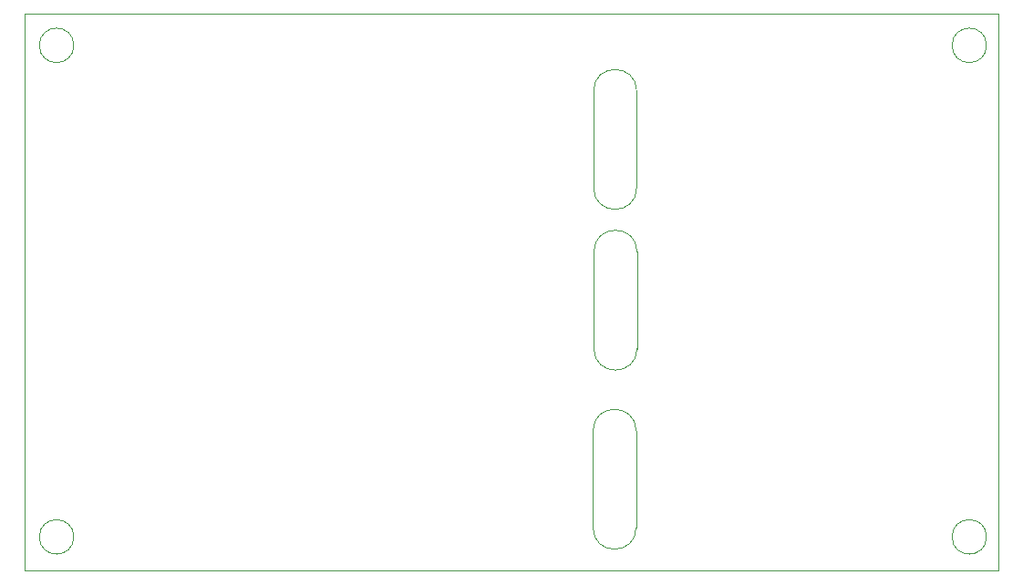
<source format=gbr>
%TF.GenerationSoftware,KiCad,Pcbnew,8.0.5*%
%TF.CreationDate,2025-05-04T14:56:43-07:00*%
%TF.ProjectId,Discharge,44697363-6861-4726-9765-2e6b69636164,rev?*%
%TF.SameCoordinates,Original*%
%TF.FileFunction,Profile,NP*%
%FSLAX46Y46*%
G04 Gerber Fmt 4.6, Leading zero omitted, Abs format (unit mm)*
G04 Created by KiCad (PCBNEW 8.0.5) date 2025-05-04 14:56:43*
%MOMM*%
%LPD*%
G01*
G04 APERTURE LIST*
%TA.AperFunction,Profile*%
%ADD10C,0.050000*%
%TD*%
%TA.AperFunction,Profile*%
%ADD11C,0.100000*%
%TD*%
G04 APERTURE END LIST*
D10*
X160572200Y-80875400D02*
G75*
G02*
X156572200Y-80875400I-2000000J0D01*
G01*
D11*
X108305400Y-113309400D02*
G75*
G02*
X105105400Y-113309400I-1600000J0D01*
G01*
X105105400Y-113309400D02*
G75*
G02*
X108305400Y-113309400I1600000J0D01*
G01*
X193065200Y-113309400D02*
G75*
G02*
X189865200Y-113309400I-1600000J0D01*
G01*
X189865200Y-113309400D02*
G75*
G02*
X193065200Y-113309400I1600000J0D01*
G01*
D10*
X156604200Y-86813000D02*
G75*
G02*
X160604200Y-86813000I2000000J0D01*
G01*
X160572200Y-80875400D02*
X160572200Y-71875400D01*
X156572200Y-71875400D02*
G75*
G02*
X160572200Y-71875400I2000000J0D01*
G01*
X156521400Y-112452400D02*
X156521400Y-103452400D01*
X160604200Y-95813000D02*
G75*
G02*
X156604200Y-95813000I-2000000J0D01*
G01*
X156572200Y-80875400D02*
X156572200Y-71875400D01*
X160521400Y-112452400D02*
G75*
G02*
X156521400Y-112452400I-2000000J0D01*
G01*
D11*
X108305400Y-67640200D02*
G75*
G02*
X105105400Y-67640200I-1600000J0D01*
G01*
X105105400Y-67640200D02*
G75*
G02*
X108305400Y-67640200I1600000J0D01*
G01*
D10*
X103740643Y-64728600D02*
X194187300Y-64728600D01*
X194187300Y-116460800D01*
X103740643Y-116460800D01*
X103740643Y-64728600D01*
D11*
X193065200Y-67640200D02*
G75*
G02*
X189865200Y-67640200I-1600000J0D01*
G01*
X189865200Y-67640200D02*
G75*
G02*
X193065200Y-67640200I1600000J0D01*
G01*
D10*
X160604200Y-95813000D02*
X160604200Y-86813000D01*
X156521400Y-103452400D02*
G75*
G02*
X160521400Y-103452400I2000000J0D01*
G01*
X156604200Y-95813000D02*
X156604200Y-86813000D01*
X160521400Y-112452400D02*
X160521400Y-103452400D01*
M02*

</source>
